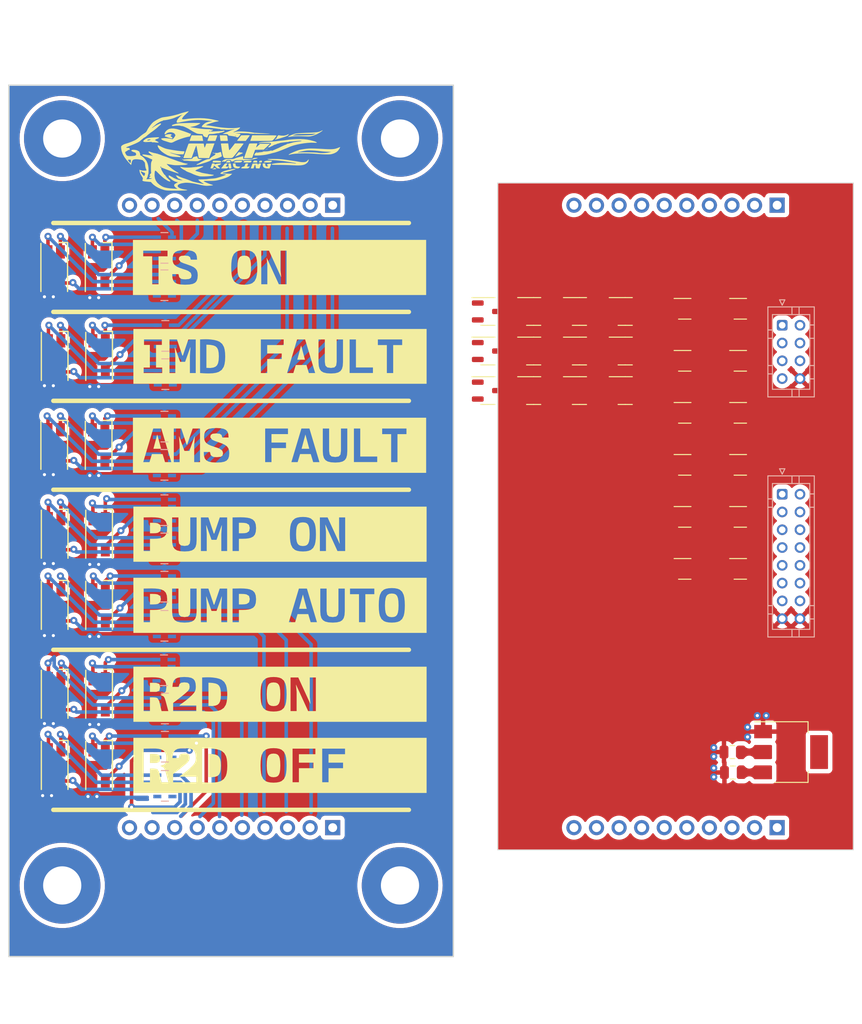
<source format=kicad_pcb>
(kicad_pcb (version 20221018) (generator pcbnew)
  (title_block (title "Dashboard-Indicators") (date "2024-01-28") (rev "1") (company "Scott CJX"))
  (layers (0 "F.Cu" signal) (31 "B.Cu" signal) (34 "B.Paste" user) (35 "F.Paste" user) (36 "B.SilkS" user "B.Silkscreen") (37 "F.SilkS" user "F.Silkscreen") (38 "B.Mask" user) (39 "F.Mask" user) (44 "Edge.Cuts" user))
  (net 0 "")
  (net 1 "+5V")
  (net 2 "GND")
  (net 3 "VCC")
  (net 4 "Net-(D201-BA)")
  (net 5 "Net-(D201-GA)")
  (net 6 "Net-(D201-RA)")
  (net 7 "Net-(D202-BA)")
  (net 8 "Net-(D202-GA)")
  (net 9 "Net-(D202-RA)")
  (net 10 "Net-(D301-BA)")
  (net 11 "Net-(D301-GA)")
  (net 12 "Net-(D301-RA)")
  (net 13 "Net-(D302-BA)")
  (net 14 "Net-(D302-GA)")
  (net 15 "Net-(D302-RA)")
  (net 16 "Net-(D401-BA)")
  (net 17 "Net-(D401-GA)")
  (net 18 "Net-(D401-RA)")
  (net 19 "Net-(D402-BA)")
  (net 20 "Net-(D402-GA)")
  (net 21 "Net-(D402-RA)")
  (net 22 "Net-(D501-BA)")
  (net 23 "Net-(D501-GA)")
  (net 24 "Net-(D501-RA)")
  (net 25 "Net-(D502-BA)")
  (net 26 "Net-(D502-GA)")
  (net 27 "Net-(D502-RA)")
  (net 28 "Net-(D601-BA)")
  (net 29 "Net-(D601-GA)")
  (net 30 "Net-(D601-RA)")
  (net 31 "Net-(D602-BA)")
  (net 32 "Net-(D602-GA)")
  (net 33 "Net-(D602-RA)")
  (net 34 "Net-(D701-BA)")
  (net 35 "Net-(D701-GA)")
  (net 36 "Net-(D701-RA)")
  (net 37 "Net-(D702-BA)")
  (net 38 "Net-(D702-GA)")
  (net 39 "Net-(D702-RA)")
  (net 40 "Net-(D801-BA)")
  (net 41 "Net-(D801-GA)")
  (net 42 "Net-(D801-RA)")
  (net 43 "Net-(D802-BA)")
  (net 44 "Net-(D802-GA)")
  (net 45 "Net-(D802-RA)")
  (net 46 "/Indicator-TSAC/RED")
  (net 47 "/FAULT_LED")
  (net 48 "/TS_ON_LED")
  (net 49 "/Indicator-IMD/RED")
  (net 50 "/IMD_FLT_LED")
  (net 51 "/Indicator-AMS/RED")
  (net 52 "/AMS_FLT_LED")
  (net 53 "/Indicator-R2D_ON/RED")
  (net 54 "/R2D_ON_LED")
  (net 55 "/Indicator-R2D_OFF/RED")
  (net 56 "/R2D_OFF_LED")
  (net 57 "/Indicator-PUMP_ON/RED")
  (net 58 "/PUMP_ON_LED")
  (net 59 "/Indicator-PUMP_AUTO/RED")
  (net 60 "/PUMP_AUTO_LED")
  (net 89 "/R2D_ON")
  (net 90 "/PUMP_ON")
  (net 91 "/R2D_RDY")
  (net 92 "/PUMP_AUTO")
  (net 93 "/R2D_OFF")
  (net 94 "/PUMP_ON_SW")
  (net 95 "/R2D_ON_BTN")
  (net 96 "/PUMP_OFF_SW")
  (net 97 "/R2D_OFF_SW")
  (net 98 "/INDIC_PULSE1")
  (net 99 "/INDIC_CNTRL")
  (net 100 "/TS_ON")
  (net 101 "/AMS_FLT")
  (net 102 "/TS_ON_N")
  (net 103 "/AMS_FLT_N")
  (net 104 "/IMD_FLT")
  (net 105 "/IMD_FLT_N")
  (net 106 "+5VD")
  (net 107 "/AND1/OUT")
  (net 108 "/TS_FLTLED")
  (net 109 "/AND2/OUT")
  (net 110 "/IMD_FLTLED")
  (net 111 "/AND3/OUT")
  (net 112 "/AMS_FLTLED")
  (net 113 "/R2D_RDY_LED")
  (net 114 "/AND1/INA")
  (net 115 "/SCS_CHK/AND/INA")
  (net 116 "/SCS_CHK1/AND/INA")
  (net 117 "/AND2/INA")
  (net 118 "/AND3/INA")
  (net 119 "/SCS_CHK2/AND/INA")
  (footprint "MountingHole:MountingHole_4.3mm_M4_Pad_TopBottom" (layer "F.Cu") (at 56 56 90)
    (fp_text reference "REF**" hide)
    (fp_text value "MountingHole_4.3mm_M4_Pad_TopBottom")
  )
  (footprint "LED_SMD:LED_RGB_1210" (layer "F.Cu") (at 55.149747 118.5 -90)
    (fp_text reference "D501" hide)
    (fp_text value "RGB LED")
  )
  (footprint "Package_TO_SOT_SMD:SOT-23-3" (layer "F.Cu") (at 114.1875 75.45)
    (fp_text reference "Q107" hide)
    (fp_text value "AO3400A")
  )
  (footprint "NVF-Kicad:NVF-Logo-30mm" (layer "F.Cu") (at 75 60)
    (fp_text reference "G***" hide)
    (fp_text value "LOGO" hide)
  )
  (footprint "Package_TO_SOT_SMD:SOT-363_SC-70-6" (layer "F.Cu") (at 126.0375 104.4)
    (fp_text reference "U1501" hide)
    (fp_text value "74LVC1G57")
  )
  (footprint "LED_SMD:LED_RGB_1210" (layer "F.Cu") (at 60.149747 100.5 -90)
    (fp_text reference "D702" hide)
    (fp_text value "RGB LED")
  )
  (footprint "LED_SMD:LED_RGB_1210" (layer "F.Cu") (at 55.099495 90.5 -90)
    (fp_text reference "D401" hide)
    (fp_text value "RGB LED")
  )
  (footprint "MountingHole:MountingHole_4.3mm_M4_Pad_TopBottom" (layer "F.Cu") (at 56 140 90)
    (fp_text reference "REF**" hide)
    (fp_text value "MountingHole_4.3mm_M4_Pad_TopBottom")
  )
  (footprint "kibuzzard-65B61451" (layer "F.Cu") (at 80.5 100.5)
    (fp_text reference "kibuzzard-65B61451" hide)
    (fp_text value "G***" hide)
  )
  (footprint "LED_SMD:LED_RGB_1210" (layer "F.Cu") (at 60.149747 108.5 -90)
    (fp_text reference "D802" hide)
    (fp_text value "RGB LED")
  )
  (footprint "Package_TO_SOT_SMD:SOT-23-3" (layer "F.Cu") (at 114.1875 79.9)
    (fp_text reference "Q108" hide)
    (fp_text value "AO3400A")
  )
  (footprint "LED_SMD:LED_RGB_1210" (layer "F.Cu") (at 55.149747 100.5 -90)
    (fp_text reference "D701" hide)
    (fp_text value "RGB LED")
  )
  (footprint "Package_TO_SOT_SMD:SOT-363_SC-70-6" (layer "F.Cu") (at 132.2875 86.85)
    (fp_text reference "U901" hide)
    (fp_text value "74LVC1G57")
  )
  (footprint "MountingHole:MountingHole_4.3mm_M4_Pad_TopBottom" (layer "F.Cu") (at 93.999999 140 90)
    (fp_text reference "REF**" hide)
    (fp_text value "MountingHole_4.3mm_M4_Pad_TopBottom")
  )
  (footprint "LED_SMD:LED_RGB_1210" (layer "F.Cu") (at 55.149747 126.5 -90)
    (fp_text reference "D601" hide)
    (fp_text value "RGB LED")
  )
  (footprint "Package_TO_SOT_SMD:SOT-363_SC-70-6" (layer "F.Cu") (at 132.2875 81)
    (fp_text reference "U2001" hide)
    (fp_text value "74LVC1G57")
  )
  (footprint "Package_TO_SOT_SMD:SOT-363_SC-70-6" (layer "F.Cu") (at 132.2875 98.55)
    (fp_text reference "U1401" hide)
    (fp_text value "74LVC1G57")
  )
  (footprint "Package_TO_SOT_SMD:SOT-23-3" (layer "F.Cu") (at 109.0375 75.45)
    (fp_text reference "Q104" hide)
    (fp_text value "AO3400A")
  )
  (footprint "Package_TO_SOT_SMD:SOT-23-3" (layer "F.Cu") (at 103.8875 79.9)
    (fp_text reference "Q102" hide)
    (fp_text value "AO3401A")
  )
  (footprint "LED_SMD:LED_RGB_1210" (layer "F.Cu") (at 55.149747 108.5 -90)
    (fp_text reference "D801" hide)
    (fp_text value "RGB LED")
  )
  (footprint "MountingHole:MountingHole_4.3mm_M4_Pad_TopBottom" (layer "F.Cu") (at 93.999999 56 90)
    (fp_text reference "REF**" hide)
    (fp_text value "MountingHole_4.3mm_M4_Pad_TopBottom")
  )
  (footprint "kibuzzard-65B612BA" (layer "F.Cu") (at 80.449748 90.5)
    (fp_text reference "kibuzzard-65B612BA" hide)
    (fp_text value "G***" hide)
  )
  (footprint "Package_TO_SOT_SMD:SOT-23-3" (layer "F.Cu") (at 109.0375 79.9)
    (fp_text reference "Q105" hide)
    (fp_text value "AO3400A")
  )
  (footprint "Package_TO_SOT_SMD:SOT-23-3" (layer "F.Cu") (at 103.8875 84.35)
    (fp_text reference "Q103" hide)
    (fp_text value "AO3401A")
  )
  (footprint "Package_TO_SOT_SMD:SOT-223-3_TabPin2" (layer "F.Cu") (at 138 125)
    (fp_text reference "U104" hide)
    (fp_text value "AMS1117-5.0")
  )
  (footprint "Package_TO_SOT_SMD:SOT-363_SC-70-6" (layer "F.Cu") (at 126.0375 81)
    (fp_text reference "U1901" hide)
    (fp_text value "74LVC1G57")
  )
  (footprint "Package_TO_SOT_SMD:SOT-363_SC-70-6" (layer "F.Cu") (at 126.0375 75.15)
    (fp_text reference "U2201" hide)
    (fp_text value "74LVC1G57")
  )
  (footprint "Capacitor_SMD:C_0805_2012Metric" (layer "F.Cu") (at 131.399999 125 180)
    (fp_text reference "C101" hide)
    (fp_text value "1u")
  )
  (footprint "LED_SMD:LED_RGB_1210" (layer "F.Cu") (at 60.099495 90.5 -90)
    (fp_text reference "D402" hide)
    (fp_text value "RGB LED")
  )
  (footprint "LED_SMD:LED_RGB_1210" (layer "F.Cu") (at 55.099495 70.5 -90)
    (fp_text reference "D201" hide)
    (fp_text value "RGB LED")
  )
  (footprint "LED_SMD:LED_RGB_1210" (layer "F.Cu") (at 60.149747 126.5 -90)
    (fp_text reference "D602" hide)
    (fp_text value "RGB LED")
  )
  (footprint "Package_TO_SOT_SMD:SOT-23-3" (layer "F.Cu") (at 109.0375 84.35)
    (fp_text reference "Q106" hide)
    (fp_text value "AO3400A")
  )
  (footprint "kibuzzard-65B612BF" (layer "F.Cu") (at 80.5 80.5)
    (fp_text reference "kibuzzard-65B612BF" hide)
    (fp_text value "G***" hide)
  )
  (footprint "Package_TO_SOT_SMD:SOT-363_SC-70-6" (layer "F.Cu") (at 126.0375 86.85)
    (fp_text reference "U1001" hide)
    (fp_text value "74LVC1G57")
  )
  (footprint "Package_TO_SOT_SMD:SOT-363_SC-70-6" (layer "F.Cu") (at 132.2875 92.7)
    (fp_text reference "U2301" hide)
    (fp_text value "74LVC1G57")
  )
  (footprint "LED_SMD:LED_RGB_1210" (layer "F.Cu") (at 60.149747 80.5 -90)
    (fp_text reference "D302" hide)
    (fp_text value "RGB LED")
  )
  (footprint "LED_SMD:LED_RGB_1210" (layer "F.Cu") (at 55.149747 80.5 -90)
    (fp_text reference "D301" hide)
    (fp_text value "RGB LED")
  )
  (footprint "Package_TO_SOT_SMD:SOT-363_SC-70-6" (layer "F.Cu") (at 132.2875 75.15)
    (fp_text reference "U1801" hide)
    (fp_text value "74LVC1G57")
  )
  (footprint "LED_SMD:LED_RGB_1210" (layer "F.Cu") (at 60.099495 70.5 -90)
    (fp_text reference "D202" hide)
    (fp_text value "RGB LED")
  )
  (footprint "kibuzzard-65B612C4" (layer "F.Cu") (at 80.449748 70.5)
    (fp_text reference "kibuzzard-65B612C4" hide)
    (fp_text value "G***" hide)
  )
  (footprint "LED_SMD:LED_RGB_1210" (layer "F.Cu") (at 60.149747 118.5 -90)
    (fp_text reference "D502" hide)
    (fp_text value "RGB LED")
  )
  (footprint "Package_TO_SOT_SMD:SOT-363_SC-70-6" (layer "F.Cu") (at 126.0375 98.55)
    (fp_text reference "U1601" hide)
    (fp_text value "74LVC1G57")
  )
  (footprint "Package_TO_SOT_SMD:SOT-23-3" (layer "F.Cu") (at 119.3375 79.9)
    (fp_text reference "Q111" hide)
    (fp_text value "AO3400A")
  )
  (footprint "Package_TO_SOT_SMD:SOT-23-3" (layer "F.Cu") (at 119.3375 84.35)
    (fp_text reference "Q112" hide)
    (fp_text value "AO3400A")
  )
  (footprint "Package_TO_SOT_SMD:SOT-23-3" (layer "F.Cu") (at 103.8875 75.45)
    (fp_text reference "Q101" hide)
    (fp_text value "AO3401A")
  )
  (footprint "Package_TO_SOT_SMD:SOT-363_SC-70-6" (layer "F.Cu") (at 132.2875 104.4)
    (fp_text reference "U2101" hide)
    (fp_text value "74LVC1G57")
  )
  (footprint "kibuzzard-65B61402" (layer "F.Cu") (at 80.5 118.5)
    (fp_text reference "kibuzzard-65B61402" hide)
    (fp_text value "G***" hide)
  )
  (footprint "Package_TO_SOT_SMD:SOT-363_SC-70-6" (layer "F.Cu") (at 126.0375 92.7)
    (fp_text reference "U1101" hide)
    (fp_text value "74LVC1G57")
  )
  (footprint "Package_TO_SOT_SMD:SOT-23-3" (layer "F.Cu") (at 114.1875 84.35)
    (fp_text reference "Q109" hide)
    (fp_text value "AO3400A")
  )
  (footprint "Package_TO_SOT_SMD:SOT-23-3" (layer "F.Cu") (at 119.3375 75.45)
    (fp_text reference "Q110" hide)
    (fp_text value "AO3400A")
  )
  (footprint "Capacitor_SMD:C_0805_2012Metric" (layer "F.Cu") (at 131.450001 127.3 180)
    (fp_text reference "C102" hide)
    (fp_text value "1u")
  )
  (footprint "kibuzzard-65B6145B" (layer "F.Cu") (at 80.5 108.5)
    (fp_text reference "kibuzzard-65B6145B" hide)
    (fp_text value "G***" hide)
  )
  (footprint "kibuzzard-65B61406" (layer "F.Cu") (at 80.5 126.5)
    (fp_text reference "kibuzzard-65B61406" hide)
    (fp_text value "G***" hide)
  )
  (footprint "NVF-Kicad:2.54mm_1x10V-H" (layer "B.Cu") (at 125 133.5 90)
    (fp_text reference "REF**" hide)
    (fp_text value "PinHeader_1x10_P2.54mm_Vertical")
  )
  (footprint "NVF-Kicad:2.54mm_1x10V-H" (layer "B.Cu") (at 125 63.5 90)
    (fp_text reference "REF**" hide)
    (fp_text value "PinHeader_1x10_P2.54mm_Vertical")
  )
  (footprint "NVF-Kicad:2.54mm_1x10V-H" (layer "B.Cu") (at 75 63.5 90)
    (fp_text reference "REF**" hide)
    (fp_text value "PinHeader_1x10_P2.54mm_Vertical")
  )
  (footprint "Resistor_SMD:R_Array_Concave_4x0603" (layer "B.Cu") (at 67.5 102.1 180)
    (fp_text reference "RN701" hide)
    (fp_text value "47")
  )
  (footprint "Resistor_SMD:R_Array_Concave_4x0603" (layer "B.Cu") (at 67.5 72.5 180)
    (fp_text reference "RN201" hide)
    (fp_text value "47")
  )
  (footprint "Connector_JST:JST_PHD_B16B-PHDSS_2x08_P2.00mm_Vertical" (layer "B.Cu") (at 138.016 102.985 -90)
    (fp_text reference "J101" hide)
    (fp_text value "Conn_02x08_Odd_Even" hide)
  )
  (footprint "Resistor_SMD:R_Array_Concave_4x0603" (layer "B.Cu") (at 67.5 88.4 180)
    (fp_text reference "RN402" hide)
    (fp_text value "47")
  )
  (footprint "Resistor_SMD:R_Array_Concave_4x0603" (layer "B.Cu") (at 67.45 115.8 180)
    (fp_text reference "RN502" hide)
    (fp_text value "47")
  )
  (footprint "Resistor_SMD:R_Array_Concave_4x0603" (layer "B.Cu") (at 67.55 120.1 180)
    (fp_text reference "RN501" hide)
    (fp_text value "47")
  )
  (footprint "Resistor_SMD:R_Array_Concave_4x0603" (layer "B.Cu") (at 67.5 68.3 180)
    (fp_text reference "RN202" hide)
    (fp_text value "47")
  )
  (footprint "Resistor_SMD:R_Array_Concave_4x0603" (layer "B.Cu") (at 67.6 78.2 180)
    (fp_text reference "RN302" hide)
    (fp_text value "47")
  )
  (footprint "NVF-Kicad:2.54mm_1x10V-H" (layer "B.Cu") (at 75 133.5 90)
    (fp_text reference "REF**" hide)
    (fp_text value "PinHeader_1x10_P2.54mm_Vertical")
  )
  (footprint "Resistor_SMD:R_Array_Concave_4x0603" (layer "B.Cu") (at 67.5 92.7 180)
    (fp_text reference "RN401" hide)
    (fp_text value "47")
  )
  (footprint "Resistor_SMD:R_Array_Concave_4x0603" (layer "B.Cu") (at 67.6 82.5 180)
    (fp_text reference "RN301" hide)
    (fp_text value "47")
  )
  (footprint "Resistor_SMD:R_Array_Concave_4x0603" (layer "B.Cu") (at 67.5 97.8 180)
    (fp_text reference "RN702" hide)
    (fp_text value "47")
  )
  (footprint "Connector_JST:JST_PHD_B8B-PHDSS_2x04_P2.00mm_Vertical" (layer "B.Cu") (at 137 77 -90)
    (fp_text reference "J102" hide)
    (fp_text value "Conn_02x04_Odd_Even")
  )
  (footprint "Resistor_SMD:R_Array_Concave_4x0603" (layer "B.Cu") (at 67.55 124.4 180)
    (fp_text reference "RN602" hide)
    (fp_text value "47")
  )
  (footprint "Resistor_SMD:R_Array_Concave_4x0603" (layer "B.Cu") (at 67.5 106.4 180)
    (fp_text reference "RN802" hide)
    (fp_text value "47")
  )
  (footprint "Resistor_SMD:R_Array_Concave_4x0603" (layer "B.Cu") (at 67.55 128.8 180)
    (fp_text reference "RN601" hide)
    (fp_text value "47")
  )
  (footprint "Resistor_SMD:R_Array_Concave_4x0603" (layer "B.Cu") (at 67.5 110.8 180)
    (fp_text reference "RN801" hide)
    (fp_text value "47")
  )
  (gr_line (start 55 95.5) (end 95 95.5) (stroke (width 0.5)) (layer "F.SilkS"))
  (gr_line (start 55 85.5) (end 95 85.5) (stroke (width 0.5)) (layer "F.SilkS"))
  (gr_line (start 55 113.5) (end 95 113.5) (stroke (width 0.5)) (layer "F.SilkS"))
  (gr_line (start 55 75.5) (end 95 75.5) (stroke (width 0.5)) (layer "F.SilkS"))
  (gr_line (start 55 131.5) (end 95 131.5) (stroke (width 0.5)) (layer "F.SilkS"))
  (gr_line (start 55 65.5) (end 95 65.5) (stroke (width 0.5)) (layer "F.SilkS"))
  (gr_rect (start 105 61) (end 145 136) (stroke (width 0.1)) (fill none) (layer "Edge.Cuts"))
  (gr_rect (start 50 50) (end 100 148) (stroke (width 0.15)) (fill none) (layer "Edge.Cuts"))
  (segment (start 132.5625 81) (end 133.2375 81) (width 0.25) (layer "F.Cu") (net 1))
  (segment (start 131.3375 81.65) (end 131.9125 81.65) (width 0.25) (layer "F.Cu") (net 1))
  (segment (start 131.9125 81.65) (end 132.5625 81) (width 0.25) (layer "F.Cu") (net 1))
  (segment (start 125.0875 75.8) (end 125.8125 75.8) (width 0.25) (layer "F.Cu") (net 1))
  (segment (start 125.8125 75.8) (end 126.4625 75.15) (width 0.25) (layer "F.Cu") (net 1))
  (segment (start 126.4625 75.15) (end 126.9875 75.15) (width 0.25) (layer "F.Cu") (net 1))
  (via (at 53.8 129.9) (size 0.8) (drill 0.35) (layers "F.Cu" "B.Cu") (net 2))
  (via (at 55 111.9) (size 0.8) (drill 0.35) (layers "F.Cu" "B.Cu") (net 2))
  (via (at 133.1 122.2) (size 0.8) (drill 0.35) (layers "F.Cu" "B.Cu") (net 2))
  (via (at 59.1 121.9) (size 0.8) (drill 0.35) (layers "F.Cu" "B.Cu") (net 2))
  (via (at 55 93.8) (size 0.8) (drill 0.35) (layers "F.Cu" "B.Cu") (net 2))
  (via (at 58.9 130) (size 0.8) (drill 0.35) (layers "F.Cu" "B.Cu") (net 2))
  (via (at 54 111.9) (size 0.8) (drill 0.35) (layers "F.Cu" "B.Cu") (net 2))
  (via (at 54 103.8) (size 0.8) (drill 0.35) (layers "F.Cu" "B.Cu") (net 2))
  (via (at 134.2 120.9) (size 0.8) (drill 0.35) (layers "F.Cu" "B.Cu") (net 2))
  (via (at 60.1 73.9) (size 0.8) (drill 0.35) (layers "F.Cu" "B.Cu") (net 2))
  (via (at 54.8 129.9) (size 0.8) (drill 0.35) (layers "F.Cu" "B.Cu") (net 2))
  (via (at 55 103.8) (size 0.8) (drill 0.35) (layers "F.Cu" "B.Cu") (net 2))
  (via (at 129.3 126.8) (size 0.8) (drill 0.35) (layers "F.Cu" "B.Cu") (net 2))
  (via (at 54 83.8) (size 0.8) (drill 0.35) (layers "F.Cu" "B.Cu") (net 2))
  (via (at 59.1 103.9) (size 0.8) (drill 0.35) (layers "F.Cu" "B.Cu") (net 2))
  (via (at 60.1 121.9) (size 0.8) (drill 0.35) (layers "F.Cu" "B.Cu") (net 2))
  (via (at 55 121.8) (size 0.8) (drill 0.35) (layers "F.Cu" "B.Cu") (net 2))
  (via (at 60.1 112) (size 0.8) (drill 0.35) (layers "F.Cu" "B.Cu") (net 2))
  (via (at 60.1 93.9) (size 0.8) (drill 0.35) (layers "F.Cu" "B.Cu") (net 2))
  (via (at 54 73.8) (size 0.8) (drill 0.35) (layers "F.Cu" "B.Cu") (net 2))
  (via (at 59.1 93.9) (size 0.8) (drill 0.35) (layers "F.Cu" "B.Cu") (net 2))
  (via (at 133.1 123.299999) (size 0.8) (drill 0.35) (layers "F.Cu" "B.Cu") (net 2))
  (via (at 55 73.8) (size 0.8) (drill 0.35) (layers "F.Cu" "B.Cu") (net 2))
  (via (at 59.1 83.9) (size 0.8) (drill 0.35) (layers "F.Cu" "B.Cu") (net 2))
  (via (at 60.1 83.9) (size 0.8) (drill 0.35) (layers "F.Cu" "B.Cu") (net 2))
  (via (at 54 93.8) (size 0.8) (drill 0.35) (layers "F.Cu" "B.Cu") (net 2))
  (via (at 135.2 120.9) (size 0.8) (drill 0.35) (layers "F.Cu" "B.Cu") (net 2))
  (via (at 59.9 130) (size 0.8) (drill 0.35) (layers "F.Cu" "B.Cu") (net 2))
  (via (at 55 83.8) (size 0.8) (drill 0.35) (layers "F.Cu" "B.Cu") (net 2))
  (via (at 60.1 103.9) (size 0.8) (drill 0.35) (layers "F.Cu" "B.Cu") (net 2))
  (via (at 59.1 112) (size 0.8) (drill 0.35) (layers "F.Cu" "B.Cu") (net 2))
  (via (at 129.3 127.8) (size 0.8) (drill 0.35) (layers "F.Cu" "B.Cu") (net 2))
  (via (at 129.3 125.5) (size 0.8) (drill 0.35) (layers "F.Cu" "B.Cu") (net 2))
  (via (at 59.1 73.9) (size 0.8) (drill 0.35) (layers "F.Cu" "B.Cu") (net 2))
  (via (at 129.3 124.5) (size 0.8) (drill 0.35) (layers "F.Cu" "B.Cu") (net 2))
  (via (at 54 121.8) (size 0.8) (drill 0.35) (layers "F.Cu" "B.Cu") (net 2))
  (segment (start 55.799495 67.000505) (end 55.8 67) (width 0.4) (layer "F.Cu") (net 4))
  (segment (start 55.799495 68.75) (end 55.799495 67.000505) (width 0.4) (layer "F.Cu") (net 4))
  (via (at 55.8 67) (size 0.8) (drill 0.35) (layers "F.Cu" "B.Cu") (net 4))
  (segment (start 60.1 71.3) (end 66.65 71.3) (width 0.4) (layer "B.Cu") (net 4))
  (segment (start 55.8 67) (end 60.1 71.3) (width 0.4) (layer "B.Cu") (net 4))
  (segment (start 54.399495 68.75) (end 54.399495 67.000505) (width 0.4) (layer "F.Cu") (net 5))
  (segment (start 54.399495 67.000505) (end 54.4 67) (width 0.4) (layer "F.Cu") (net 5))
  (via (at 54.4 67) (size 0.8) (drill 0.35) (layers "F.Cu" "B.Cu") (net 5))
  (segment (start 54.4 67) (end 59.5 72.1) (width 0.4) (layer "B.Cu") (net 5))
  (segment (start 59.5 72.1) (end 66.65 72.1) (width 0.4) (layer "B.Cu") (net 5))
  (segment (start 57.15 72.25) (end 57.2 72.2) (width 0.4) (layer "F.Cu") (net 6))
  (segment (start 55.799495 72.25) (end 57.15 72.25) (width 0.4) (layer "F.Cu") (net 6))
  (via (at 57.2 72.2) (size 0.8) (drill 0.35) (layers "F.Cu" "B.Cu") (net 6))
  (segment (start 57.9 72.9) (end 66.65 72.9) (width 0.4) (layer "B.Cu") (net 6))
  (segment (start 57.2 72.2) (end 57.9 72.9) (width 0.4) (layer "B.Cu") (net 6))
  (segment (start 60.9 67.1) (end 60.799495 67.200505) (width 0.4) (layer "F.Cu") (net 7))
  (segment (start 60.799495 67.200505) (end 60.799495 68.75) (width 0.4) (layer "F.Cu") (net 7))
  (via (at 60.9 67.1) (size 0.8) (drill 0.35) (layers "F.Cu" "B.Cu") (net 7))
  (segment (start 60.9 67.1) (end 66.65 67.1) (width 0.4) (layer "B.Cu") (net 7))
  (segment (start 59.399495 67.100505) (end 59.4 67.1) (width 0.4) (layer "F.Cu") (net 8))
  (segment (start 59.399495 68.75) (end 59.399495 67.100505) (width 0.4) (layer "F.Cu") (net 8))
  (via (at 59.4 67.1) (size 0.8) (drill 0.35) (layers "F.Cu" "B.Cu") (net 8))
  (segment (start 59.4 67.1) (end 60.2 67.9) (width 0.4) (layer "B.Cu") (net 8))
  (segment (start 60.2 67.9) (end 66.65 67.9) (width 0.4) (layer "B.Cu") (net 8))
  (segment (start 60.799495 71.900505) (end 62.4 70.3) (width 0.4) (layer "F.Cu") (net 9))
  (segment (start 60.799495 72.25) (end 60.799495 71.900505) (width 0.4) (layer "F.Cu") (net 9))
  (via (at 62.4 70.3) (size 0.8) (drill 0.35) (layers "F.Cu" "B.Cu") (net 9))
  (segment (start 64 68.7) (end 66.65 68.7) (width 0.4) (layer "B.Cu") (net 9))
  (segment (start 62.4 70.3) (end 64 68.7) (width 0.4) (layer "B.Cu") (net 9))
  (segment (start 55.849747 78.75) (end 55.849747 77.049747) (width 0.4) (layer "F.Cu") (net 10))
  (segment (start 55.849747 77.049747) (end 55.8 77) (width 0.4) (layer "F.Cu") (net 10))
  (via (at 55.8 77) (size 0.8) (drill 0.35) (layers "F.Cu" "B.Cu") (net 10))
  (segment (start 55.8 77) (end 60.1 81.3) (width 0.4) (layer "B.Cu") (net 10))
  (segment (start 60.1 81.3) (end 66.75 81.3) (width 0.4) (layer "B.Cu") (net 10))
  (segment (start 54.449747 77.050253) (end 54.5 77) (width 0.4) (layer "F.Cu") (net 11))
  (segment (start 54.449747 78.75) (end 54.449747 77.050253) (width 0.4) (layer "F.Cu") (net 11))
  (via (at 54.5 77) (size 0.8) (drill 0.35) (layers "F.Cu" "B.Cu") (net 11))
  (segment (start 54.5 77) (end 59.6 82.1) (width 0.4) (layer "B.Cu") (net 11))
  (segment (start 59.6 82.1) (end 66.75 82.1) (width 0.4) (layer "B.Cu") (net 11))
  (segment (start 57.25 82.25) (end 57.3 82.2) (width 0.4) (layer "F.Cu") (net 12))
  (segment (start 55.849747 82.25) (end 57.25 82.25) (width 0.4) (layer "F.Cu") (net 12))
  (via (at 57.3 82.2) (size 0.8) (drill 0.35) (layers "F.Cu" "B.Cu") (net 12))
  (segment (start 58 82.9) (end 66.75 82.9) (width 0.4) (layer "B.Cu") (net 12))
  (segment (start 57.3 82.2) (end 58 82.9) (width 0.4) (layer "B.Cu") (net 12))
  (segment (start 60.849747 77.049747) (end 60.8 77) (width 0.4) (layer "F.Cu") (net 13))
  (segment (start 60.849747 78.75) (end 60.849747 77.049747) (width 0.4) (layer "F.Cu") (net 13))
  (via (at 60.8 77) (size 0.8) (drill 0.35) (layers "F.Cu" "B.Cu") (net 13))
  (segment (start 60.8 77) (end 66.75 77) (width 0.4) (layer "B.Cu") (net 13))
  (segment (start 59.449747 77.049747) (end 59.4 77) (width 0.4) (layer "F.Cu") (net 14))
  (segment (start 59.449747 78.75) (end 59.449747 77.049747) (width 0.4) (layer "F.Cu") (net 14))
  (via (at 59.4 77) (size 0.8) (drill 0.35) (layers "F.Cu" "B.Cu") (net 14))
  (segment (start 59.4 77) (end 60.2 77.8) (width 0.4) (layer "B.Cu") (net 14))
  (segment (start 60.2 77.8) (end 66.75 77.8) (width 0.4) (layer "B.Cu") (net 14))
  (segment (start 60.849747 81.950753) (end 62.5 80.3005) (width 0.4) (layer "F.Cu") (net 15))
  (segment (start 60.849747 82.25) (end 60.849747 81.950753) (width 0.4) (layer "F.Cu") (net 15))
  (via (at 62.5 80.3005) (size 0.8) (drill 0.35) (layers "F.Cu" "B.Cu") (net 15))
  (segment (start 62.5 80.3005) (end 64.2005 78.6) (width 0.4) (layer "B.Cu") (net 15))
  (segment (start 64.2005 78.6) (end 66.75 78.6) (width 0.4) (layer "B.Cu") (net 15))
  (segment (start 55.799495 88.75) (end 55.799495 87.200505) (width 0.4) (layer "F.Cu") (net 16))
  (segment (start 55.799495 87.200505) (end 55.8 87.2) (width 0.4) (layer "F.Cu") (net 16))
  (via (at 55.8 87.2) (size 0.8) (drill 0.35) (layers "F.Cu" "B.Cu") (net 16))
  (segment (start 60.1 91.5) (end 66.65 91.5) (width 0.4) (layer "B.Cu") (net 16))
  (segment (start 55.8 87.2) (end 60.1 91.5) (width 0.4) (layer "B.Cu") (net 16))
  (segment (start 54.399495 88.75) (end 54.399495 87.299495) (width 0.4) (layer "F.Cu") (net 17))
  (segment (start 54.399495 87.299495) (end 54.3 87.2) (width 0.4) (layer "F.Cu") (net 17))
  (via (at 54.3 87.2) (size 0.8) (drill 0.35) (layers "F.Cu" "B.Cu") (net 17))
  (segment (start 59.4 92.3) (end 66.65 92.3) (width 0.4) (layer "B.Cu") (net 17))
  (segment (start 54.3 87.2) (end 59.4 92.3) (width 0.4) (layer "B.Cu") (net 17))
  (segment (start 55.799495 92.25) (end 57.25 92.25) (width 0.4) (layer "F.Cu") (net 18))
  (segment (start 57.25 92.25) (end 57.3 92.2) (width 0.4) (layer "F.Cu") (net 18))
  (via (at 57.3 92.2) (size 0.8) (drill 0.35) (layers "F.Cu" "B.Cu") (net 18))
  (segment (start 57.3 92.2) (end 58.2 93.1) (width 0.4) (layer "B.Cu") (net 18))
  (segment (start 58.2 93.1) (end 66.65 93.1) (width 0.4) (layer "B.Cu") (net 18))
  (segment (start 61.1 87.2) (end 60.799495 87.500505) (width 0.4) (layer "F.Cu") (net 19))
  (segment (start 60.799495 87.500505) (end 60.799495 88.75) (width 0.4) (layer "F.Cu") (net 19))
  (via (at 61.1 87.2) (size 0.8) (drill 0.35) (layers "F.Cu" "B.Cu") (net 19))
  (segment (start 61.1 87.2) (end 66.65 87.2) (width 0.4) (layer "B.Cu") (net 19))
  (segment (start 59.399495 88.75) (end 59.399495 87.200505) (width 0.4) (layer "F.Cu") (net 20))
  (segment (start 59.399495 87.200505) (end 59.4 87.2) (width 0.4) (layer "F.Cu") (net 20))
  (via (at 59.4 87.2) (size 0.8) (drill 0.35) (layers "F.Cu" "B.Cu") (net 20))
  (segment (start 60.2 88) (end 66.65 88) (width 0.4) (layer "B.Cu") (net 20))
  (segment (start 59.4 87.2) (end 60.2 88) (width 0.4) (layer "B.Cu") (net 20))
  (segment (start 60.799495 92.25) (end 60.85 92.25) (width 0.4) (layer "F.Cu") (net 21))
  (segment (start 60.85 92.25) (end 62.4 90.7) (width 0.4) (layer "F.Cu") (net 21))
  (via (at 62.4 90.7) (size 0.8) (drill 0.35) (layers "F.Cu" "B.Cu") (net 21))
  (segment (start 64.3 88.8) (end 66.65 88.8) (width 0.4) (layer "B.Cu") (net 21))
  (segment (start 62.4 90.7) (end 64.3 88.8) (width 0.4) (layer "B.Cu") (net 21))
  (segment (start 55.849747 116.75) (end 55.849747 115.050253) (width 0.4) (layer "F.Cu") (net 22))
  (segment (start 55.849747 115.050253) (end 55.9 115) (width 0.4) (layer "F.Cu") (net 22))
  (via (at 55.9 115) (size 0.8) (drill 0.35) (layers "F.Cu" "B.Cu") (net 22))
  (segment (start 59.8 118.9) (end 66.7 118.9) (width 0.4) (layer "B.Cu") (net 22))
  (segment (start 55.9 115) (end 59.8 118.9) (width 0.4) (layer "B.Cu") (net 22))
  (segment (start 54.449747 115.049747) (end 54.4 115) (width 0.4) (layer "F.Cu") (net 23))
  (segment (start 54.449747 116.75) (end 54.449747 115.049747) (width 0.4) (layer "F.Cu") (net 23))
  (via (at 54.4 115) (size 0.8) (drill 0.35) (layers "F.Cu" "B.Cu") (net 23))
  (segment (start 55.1 115.331371) (end 59.468629 119.7) (width 0.4) (layer "B.Cu") (net 23))
  (segment (start 54.4 115) (end 55.1 114.3) (width 0.4) (layer "B.Cu") (net 23))
  (segment (start 55.1 114.3) (end 55.1 115.331371) (width 0.4) (layer "B.Cu") (net 23))
  (segment (start 59.468629 119.7) (end 66.7 119.7) (width 0.4) (layer "B.Cu") (net 23))
  (segment (start 55.849747 120.25) (end 57.25 120.25) (width 0.4) (layer "F.Cu") (net 24))
  (segment (start 57.25 120.25) (end 57.3 120.2) (width 0.4) (layer "F.Cu") (net 24))
  (via (at 57.3 120.2) (size 0.8) (drill 0.35) (layers "F.Cu" "B.Cu") (net 24))
  (segment (start 57.3 120.2) (end 57.6 120.5) (width 0.4) (layer "B.Cu") (net 24))
  (segment (start 57.6 120.5) (end 66.7 120.5) (width 0.4) (layer "B.Cu") (net 24))
  (segment (start 60.849747 114.950253) (end 60.849747 116.75) (width 0.4) (layer "F.Cu") (net 25))
  (segment (start 61.2 114.6) (end 60.849747 114.950253) (width 0.4) (layer "F.Cu") (net 25))
  (via (at 61.2 114.6) (size 0.8) (drill 0.35) (layers "F.Cu" "B.Cu") (net 25))
  (segment (start 61.2 114.6) (end 66.6 114.6) (width 0.4) (layer "B.Cu") (net 25))
  (segment (start 59.449747 115.049747) (end 59.4 115) (width 0.4) (layer "F.Cu") (net 26))
  (segment (start 59.449747 116.75) (end 59.449747 115.049747) (width 0.4) (layer "F.Cu") (net 26))
  (via (at 59.4 115) (size 0.8) (drill 0.35) (layers "F.Cu" "B.Cu") (net 26))
  (segment (start 59.8 115.4) (end 66.6 115.4) (width 0.4) (layer "B.Cu") (net 26))
  (segment (start 59.4 115) (end 59.8 115.4) (width 0.4) (layer "B.Cu") (net 26))
  (segment (start 60.849747 120.25) (end 60.849747 119.950753) (width 0.4) (layer "F.Cu") (net 27))
  (segment (start 60.849747 119.950753) (end 62.7 118.1005) (width 0.4) (layer "F.Cu") (net 27))
  (via (at 62.7 118.1005) (size 0.8) (drill 0.35) (layers "F.Cu" "B.Cu") (net 27))
  (segment (start 62.7 118.1005) (end 64.6005 116.2) (width 0.4) (layer "B.Cu") (net 27))
  (segment (start 64.6005 116.2) (end 66.6 116.2) (width 0.4) (layer "B.Cu") (net 27))
  (segment (start 55.849747 124.75) (end 55.849747 123.049747) (width 0.4) (layer "F.Cu") (net 28))
  (segment (start 55.849747 123.049747) (end 55.8 123) (width 0.4) (layer "F.Cu") (net 28))
  (via (at 55.8 123) (size 0.8) (drill 0.35) (layers "F.Cu" "B.Cu") (net 28))
  (segment (start 60.4 127.6) (end 66.7 127.6) (width 0.4) (layer "B.Cu") (net 28))
  (segment (start 55.8 123) (end 60.4 127.6) (width 0.4) (layer "B.Cu") (net 28))
  (segment (start 54.449747 123.049747) (end 54.4 123) (width 0.4) (layer "F.Cu") (net 29))
  (segment (start 54.449747 124.75) (end 54.449747 123.049747) (width 0.4) (layer "F.Cu") (net 29))
  (via (at 54.4 123) (size 0.8) (drill 0.35) (layers "F.Cu" "B.Cu") (net 29))
  (segment (start 54.4 123) (end 59.8 128.4) (width 0.4) (layer "B.Cu") (net 29))
  (segment (start 59.8 128.4) (end 66.7 128.4) (width 0.4) (layer "B.Cu") (net 29))
  (segment (start 57.15 128.25) (end 57.2 128.2) (width 0.4) (layer "F.Cu") (net 30))
  (segment (start 55.849747 128.25) (end 57.15 128.25) (width 0.4) (layer "F.Cu") (net 30))
  (via (at 57.2 128.2) (size 0.8) (drill 0.35) (layers "F.Cu" "B.Cu") (net 30))
  (segment (start 58.2 129.2) (end 66.7 129.2) (width 0.4) (layer "B.Cu") (net 30))
  (segment (start 57.2 128.2) (end 58.2 129.2) (width 0.4) (layer "B.Cu") (net 30))
  (segment (start 60.849747 123.650253) (end 60.849747 124.75) (width 0.4) (layer "F.Cu") (net 31))
  (segment (start 61.3 123.2) (end 60.849747 123.650253) (width 0.4) (layer "F.Cu") (net 31))
  (via (at 61.3 123.2) (size 0.8) (drill 0.35) (layers "F.Cu" "B.Cu") (net 31))
  (segment (start 61.3 123.2) (end 66.7 123.2) (width 0.4) (layer "B.Cu") (net 31))
  (segment (start 59.449747 123.249747) (end 59.4 123.2) (width 0.4) (layer "F.Cu") (net 32))
  (segment (start 59.449747 124.75) (end 59.449747 123.249747) (width 0.4) (layer "F.Cu") (net 32))
  (via (at 59.4 123.2) (size 0.8) (drill 0.35) (layers "F.Cu" "B.Cu") (net 32))
  (segment (start 60.2 124) (end 66.7 124) (width 0.4) (layer "B.Cu") (net 32))
  (segment (start 59.4 123.2) (end 60.2 124) (width 0.4) (layer "B.Cu") (net 32))
  (segment (start 60.849747 128.25) (end 60.849747 128.150253) (width 0.4) (layer "F.Cu") (net 33))
  (segment (start 60.849747 128.150253) (end 62.4 126.6) (width 0.4) (layer "F.Cu") (net 33))
  (via (at 62.4 126.6) (size 0.8) (drill 0.35) (layers "F.Cu" "B.Cu") (net 33))
  (segment (start 64.2 124.8) (end 66.7 124.8) (width 0.4) (layer "B.Cu") (net 33))
  (segment (start 62.4 126.6) (end 64.2 124.8) (width 0.4) (layer "B.Cu") (net 33))
  (segment (start 55.849747 96.949747) (end 55.8 96.9) (width 0.4) (layer "F.Cu") (net 34))
  (segment (start 55.849747 98.75) (end 55.849747 96.949747) (width 0.4) (layer "F.Cu") (net 34))
  (via (at 55.8 96.9) (size 0.8) (drill 0.35) (layers "F.Cu" "B.Cu") (net 34))
  (segment (start 59.8 100.9) (end 66.65 100.9) (width 0.4) (layer "B.Cu") (net 34))
  (segment (start 55.8 96.9) (end 59.8 100.9) (width 0.4) (layer "B.Cu") (net 34))
  (segment (start 54.449747 98.75) (end 54.449747 96.949747) (width 0.4) (layer "F.Cu") (net 35))
  (segment (start 54.449747 96.949747) (end 54.4 96.9) (width 0.4) (layer "F.Cu") (net 35))
  (via (at 54.4 96.9) (size 0.8) (drill 0.35) (layers "F.Cu" "B.Cu") (net 35))
  (segment (start 54.4 96.9) (end 59.2 101.7) (width 0.4) (layer "B.Cu") (net 35))
  (segment (start 59.2 101.7) (end 66.65 101.7) (width 0.4) (layer "B.Cu") (net 35))
  (segment (start 55.849747 102.25) (end 57.25 102.25) (width 0.4) (layer "F.Cu") (net 36))
  (segment (start 57.25 102.25) (end 57.3 102.2) (width 0.4) (layer "F.Cu") (net 36))
  (via (at 57.3 102.2) (size 0.8) (drill 0.35) (layers "F.Cu" "B.Cu") (net 36))
  (segment (start 57.3 102.2) (end 57.6 102.5) (width 0.4) (layer "B.Cu") (net 36))
  (segment (start 57.6 102.5) (end 66.65 102.5) (width 0.4) (layer "B.Cu") (net 36))
  (segment (start 61 96.5) (end 60.849747 96.650253) (width 0.4) (layer "F.Cu") (net 37))
  (segment (start 60.849747 96.650253) (end 60.849747 98.75) (width 0.4) (layer "F.Cu") (net 37))
  (via (at 61 96.5) (size 0.8) (drill 0.35) (layers "F.Cu" "B.Cu") (net 37))
  (segment (start 61 96.5) (end 61.1 96.6) (width 0.4) (layer "B.Cu") (net 37))
  (segment (start 61.1 96.6) (end 66.65 96.6) (width 0.4) (layer "B.Cu") (net 37))
  (segment (start 59.449747 97.049747) (end 59.4 97) (width 0.4) (layer "F.Cu") (net 38))
  (segment (start 59.449747 98.75) (end 59.449747 97.049747) (width 0.4) (layer "F.Cu") (net 38))
  (via (at 59.4 97) (size 0.8) (drill 0.35) (layers "F.Cu" "B.Cu") (net 38))
  (segment (start 59.4 97) (end 59.8 97.4) (width 0.4) (layer "B.Cu") (net 38))
  (segment (start 59.8 97.4) (end 66.65 97.4) (width 0.4) (layer "B.Cu") (net 38))
  (segment (start 60.849747 101.850253) (end 62.6 100.1) (width 0.4) (layer "F.Cu") (net 39))
  (segment (start 60.849747 102.25) (end 60.849747 101.850253) (width 0.4) (layer "F.Cu") (net 39))
  (via (at 62.6 100.1) (size 0.8) (drill 0.35) (layers "F.Cu" "B.Cu") (net 39))
  (segment (start 64.5 98.2) (end 66.65 98.2) (width 0.4) (layer "B.Cu") (net 39))
  (segment (start 62.6 100.1) (end 64.5 98.2) (width 0.4) (layer "B.Cu") (net 39))
  (segment (start 55.849747 105.249747) (end 55.8 105.2) (width 0.4) (layer "F.Cu") (net 40))
  (segment (start 55.849747 106.75) (end 55.849747 105.249747) (width 0.4) (layer "F.Cu") (net 40))
  (via (at 55.8 105.2) (size 0.8) (drill 0.35) (layers "F.Cu" "B.Cu") (net 40))
  (segment (start 55.8 105.2) (end 60.2 109.6) (width 0.4) (layer "B.Cu") (net 40))
  (segment (start 60.2 109.6) (end 66.65 109.6) (width 0.4) (layer "B.Cu") (net 40))
  (segment (start 54.449747 106.75) (end 54.449747 105.249747) (width 0.4) (layer "F.Cu") (net 41))
  (segment (start 54.449747 105.249747) (end 54.4 105.2) (width 0.4) (layer "F.Cu") (net 41))
  (via (at 54.4 105.2) (size 0.8) (drill 0.35) (layers "F.Cu" "B.Cu") (net 41))
  (segment (start 54.4 105.2) (end 59.6 110.4) (width 0.4) (layer "B.Cu") (net 41))
  (segment (start 59.6 110.4) (end 66.65 110.4) (width 0.4) (layer "B.Cu") (net 41))
  (segment (start 57.25 110.25) (end 57.3 110.2) (width 0.4) (layer "F.Cu") (net 42))
  (segment (start 55.849747 110.25) (end 57.25 110.25) (width 0.4) (layer "F.Cu") (net 42))
  (via (at 57.3 110.2) (size 0.8) (drill 0.35) (layers "F.Cu" "B.Cu") (net 42))
  (segment (start 57.3 110.2) (end 58.3 111.2) (width 0.4) (layer "B.Cu") (net 42))
  (segment (start 58.3 111.2) (end 66.65 111.2) (width 0.4) (layer "B.Cu") (net 42))
  (segment (start 61.4 105.2) (end 60.849747 105.750253) (width 0.4) (layer "F.Cu") (net 43))
  (segment (start 60.849747 105.750253) (end 60.849747 106.75) (width 0.4) (layer "F.Cu") (net 43))
  (via (at 61.4 105.2) (size 0.8) (drill 0.35) (layers "F.Cu" "B.Cu") (net 43))
  (segment (start 61.4 105.2) (end 66.65 105.2) (width 0.4) (layer "B.Cu") (net 43))
  (segment (start 59.449747 106.75) (end 59.449747 105.250253) (width 0.4) (layer "F.Cu") (net 44))
  (segment (start 59.449747 105.250253) (end 59.5 105.2) (width 0.4) (layer "F.Cu") (net 44))
  (via (at 59.5 105.2) (size 0.8) (drill 0.35) (layers "F.Cu" "B.Cu") (net 44))
  (segment (start 59.5 105.2) (end 60.3 106) (width 0.4) (layer "B.Cu") (net 44))
  (segment (start 60.3 106) (end 66.65 106) (width 0.4) (layer "B.Cu") (net 44))
  (segment (start 61.05 110.25) (end 62.5 108.8) (width 0.4) (layer "F.Cu") (net 45))
  (segment (start 60.849747 110.25) (end 61.05 110.25) (width 0.4) (layer "F.Cu") (net 45))
  (via (at 62.5 108.8) (size 0.8) (drill 0.35) (layers "F.Cu" "B.Cu") (net 45))
  (segment (start 64.5 106.8) (end 66.65 106.8) (width 0.4) (layer "B.Cu") (net 45))
  (segment (start 62.5 108.8) (end 64.5 106.8) (width 0.4) (layer "B.Cu") (net 45))
  (segment (start 69.2 68.7) (end 71.2 66.7) (width 0.4) (layer "B.Cu") (net 46))
  (segment (start 71.2 66.7) (end 71.2 65.2) (width 0.4) (layer "B.Cu") (net 46))
  (segment (start 68.35 68.7) (end 69.2 68.7) (width 0.4) (layer "B.Cu") (net 46))
  (segment (start 79.2 110.4) (end 81.2 112.4) (width 0.4) (layer "B.Cu") (net 47))
  (segment (start 68.35 110.4) (end 79.2 110.4) (width 0.4) (layer "B.Cu") (net 47))
  (segment (start 81.2 112.4) (end 81.2 131.7) (width 0.4) (layer "B.Cu") (net 47))
  (segment (start 68.35 66.55) (end 66.8 65) (width 0.4) (layer "B.Cu") (net 48))
  (segment (start 68.35 67.1) (end 68.35 66.55) (width 0.4) (layer "B.Cu") (net 48))
  (segment (start 78.8 69.148528) (end 78.8 66) (width 0.4) (layer "B.Cu") (net 49))
  (segment (start 68.45 78.6) (end 69.348528 78.6) (width 0.4) (layer "B.Cu") (net 49))
  (segment (start 69.348528 78.6) (end 78.8 69.148528) (width 0.4) (layer "B.Cu") (net 49))
  (segment (start 68.45 77) (end 69.1 77) (width 0.4) (layer "B.Cu") (net 50))
  (segment (start 73.7 72.4) (end 73.7 65.7) (width 0.4) (layer "B.Cu") (net 50))
  (segment (start 69.1 77) (end 73.7 72.4) (width 0.4) (layer "B.Cu") (net 50))
  (segment (start 68.35 93.1) (end 71.6 93.1) (width 0.4) (layer "B.Cu") (net 51))
  (segment (start 86.4 78.3) (end 86.4 66.1) (width 0.4) (layer "B.Cu") (net 51))
  (segment (start 71.6 93.1) (end 86.4 78.3) (width 0.4) (layer "B.Cu") (net 51))
  (segment (start 68.8 91.5) (end 81.3 79) (width 0.4) (layer "B.Cu") (net 52))
  (segment (start 81.3 79) (end 81.3 66.1) (width 0.4) (layer "B.Cu") (net 52))
  (segment (start 68.35 91.5) (end 68.8 91.5) (width 0.4) (layer "B.Cu") (net 52))
  (segment (start 71.9 120.5) (end 73 121.6) (width 0.4) (layer "B.Cu") (net 53))
  (segment (start 68.4 120.5) (end 71.9 120.5) (width 0.4) (layer "B.Cu") (net 53))
  (segment (start 73 121.6) (end 73 130.75) (width 0.4) (layer "B.Cu") (net 53))
  (segment (start 73 130.75) (end 71.5 132.25) (width 0.4) (layer "B.Cu") (net 53))
  (segment (start 76.2 120.3) (end 76.2 132.1) (width 0.4) (layer "B.Cu") (net 54))
  (segment (start 74.8 118.9) (end 76.2 120.3) (width 0.4) (layer "B.Cu") (net 54))
  (segment (start 68.4 118.9) (end 74.8 118.9) (width 0.4) (layer "B.Cu") (net 54))
  (segment (start 70.3 124.8) (end 65 124.8) (width 0.4) (layer "F.Cu") (net 55))
  (segment (start 65 124.8) (end 63.8 126) (width 0.4) (layer "F.Cu") (net 55))
  (segment (start 63.8 126) (end 63.8 131.2) (width 0.4) (layer "F.Cu") (net 55))
  (via (at 63.8 131.2) (size 0.8) (drill 0.35) (layers "F.Cu" "B.Cu") (net 55))
  (via (at 70.3 124.8) (size 0.8) (drill 0.35) (layers "F.Cu" "B.Cu") (net 55))
  (segment (start 69.25 130.6) (end 68.65 131.2) (width 0.4) (layer "B.Cu") (net 55))
  (segment (start 68.65 131.2) (end 63.8 131.2) (width 0.4) (layer "B.Cu") (net 55))
  (segment (start 68.4 124.8) (end 70.3 124.8) (width 0.4) (layer "B.Cu") (net 55))
  (segment (start 68.4 129.2) (end 69.25 129.2) (width 0.4) (layer "B.Cu") (net 55))
  (segment (start 69.25 129.2) (end 69.25 130.6) (width 0.4) (layer "B.Cu") (net 55))
  (segment (start 72.2 129.4) (end 69.4 132.2) (width 0.4) (layer "F.Cu") (net 56))
  (segment (start 72.2 123.2) (end 72.2 129.4) (width 0.4) (layer "F.Cu") (net 56))
  (via (at 72.2 123.2) (size 0.8) (drill 0.35) (layers "F.Cu" "B.Cu") (net 56))
  (segment (start 70.5 131.047056) (end 69.323528 132.223528) (width 0.4) (layer "B.Cu") (net 56))
  (segment (start 69.347056 127.6) (end 70.5 128.752944) (width 0.4) (layer "B.Cu") (net 56))
  (segment (start 68.4 127.6) (end 69.347056 127.6) (width 0.4) (layer "B.Cu") (net 56))
  (segment (start 68.4 123.2) (end 72.2 123.2) (width 0.4) (layer "B.Cu") (net 56))
  (segment (start 70.5 128.752944) (end 70.5 131.047056) (width 0.4) (layer "B.Cu") (net 56))
  (segment (start 77.9 111.2) (end 78.7 112) (width 0.4) (layer "B.Cu") (net 59))
  (segment (start 78.7 112) (end 78.7 131.7) (width 0.4) (layer "B.Cu") (net 59))
  (segment (start 68.35 111.2) (end 77.9 111.2) (width 0.4) (layer "B.Cu") (net 59))
  (segment (start 68.35 109.6) (end 80.7 109.6) (width 0.4) (layer "B.Cu") (net 60))
  (segment (start 80.7 109.6) (end 84 112.9) (width 0.4) (layer "B.Cu") (net 60))
  (segment (start 84 112.9) (end 84 131.8) (width 0.4) (layer "B.Cu") (net 60))
  (segment (start 132.1375 75.65) (end 131.9875 75.8) (width 0.25) (layer "F.Cu") (net 103))
  (segment (start 131.9875 75.8) (end 131.3375 75.8) (width 0.25) (layer "F.Cu") (net 103))
  (segment (start 131.9125 74.5) (end 132.1375 74.725) (width 0.25) (layer "F.Cu") (net 103))
  (segment (start 131.3375 74.5) (end 131.9125 74.5) (width 0.25) (layer "F.Cu") (net 103))
  (segment (start 132.1375 74.725) (end 132.1375 75.65) (width 0.25) (layer "F.Cu") (net 103))
  (segment (start 69.4 67.5) (end 69.4 65.7) (width 0.4) (layer "B.Cu") (net 108))
  (segment (start 68.35 67.9) (end 69 67.9) (width 0.4) (layer "B.Cu") (net 108))
  (segment (start 69 67.9) (end 69.4 67.5) (width 0.4) (layer "B.Cu") (net 108))
  (segment (start 69.4 65.7) (end 68.9 65.2) (width 0.4) (layer "B.Cu") (net 108))
  (segment (start 69.3 77.8) (end 76.4 70.7) (width 0.4) (layer "B.Cu") (net 110))
  (segment (start 76.4 70.7) (end 76.4 65.8) (width 0.4) (layer "B.Cu") (net 110))
  (segment (start 68.45 77.8) (end 69.3 77.8) (width 0.4) (layer "B.Cu") (net 110))
  (segment (start 83.9 77.6) (end 83.9 65.9) (width 0.4) (layer "B.Cu") (net 112))
  (segment (start 68.35 92.3) (end 69.2 92.3) (width 0.4) (layer "B.Cu") (net 112))
  (segment (start 69.2 92.3) (end 83.9 77.6) (width 0.4) (layer "B.Cu") (net 112))
  (via (at 71.1 124) (size 0.8) (drill 0.35) (layers "F.Cu" "B.Cu") (net 113))
  (segment (start 69.298528 128.4) (end 69.85 128.951472) (width 0.4) (layer "B.Cu") (net 113))
  (segment (start 73.7 120.8) (end 73.7 132.25) (width 0.4) (layer "B.Cu") (net 113))
  (segment (start 68.4 128.4) (end 69.298528 128.4) (width 0.4) (layer "B.Cu") (net 113))
  (segment (start 68.898528 131.8) (end 66.2 131.8) (width 0.4) (layer "B.Cu") (net 113))
  (segment (start 69.85 130.848528) (end 68.898528 131.8) (width 0.4) (layer "B.Cu") (net 113))
  (segment (start 68.4 124) (end 71.1 124) (width 0.4) (layer "B.Cu") (net 113))
  (segment (start 72.6 119.7) (end 73.7 120.8) (width 0.4) (layer "B.Cu") (net 113))
  (segment (start 69.85 128.951472) (end 69.85 130.848528) (width 0.4) (layer "B.Cu") (net 113))
  (segment (start 68.4 119.7) (end 72.6 119.7) (width 0.4) (layer "B.Cu") (net 113))
  (zone (net 3) (net_name "VCC") (layer "F.Cu") (priority 2) (connect_pads thru_hole_only (clearance 0.5)) (min_thickness 0.25) (fill yes (thermal_gap 0.5) (thermal_bridge_width 0.5) (smoothing fillet) (radius 0.3))
    (polygon (pts (xy 136 126.5) (xy 136 128.1) (xy 131.9 128.1) (xy 131.9 126.5)))
  )
  (zone (net 1) (net_name "+5V") (layer "F.Cu") (priority 1) (connect_pads thru_hole_only (clearance 0.5)) (min_thickness 0.25) (fill yes (thermal_gap 0.5) (thermal_bridge_width 0.5) (smoothing fillet) (radius 0.3))
    (polygon (pts (xy 142.3 127) (xy 140 127) (xy 140 125.8) (xy 131.8 125.8) (xy 131.8 124.2) (xy 140 124.2) (xy 140 123) (xy 142.3 123)))
  )
  (zone (net 2) (net_name "GND") (layer "F.Cu") (priority 3) (connect_pads (clearance 0.5)) (min_thickness 0.25) (fill yes (thermal_gap 0.5) (thermal_bridge_width 0.5))
    (polygon (pts (xy 104 60) (xy 146 60) (xy 146 137) (xy 104 137)))
  )
  (zone (net 2) (net_name "GND") (layers "F&B.Cu") (connect_pads thru_hole_only (clearance 0.5)) (min_thickness 0.25) (fill yes (thermal_gap 0.5) (thermal_bridge_width 0.5) (smoothing fillet) (radius 0.3))
    (polygon (pts (xy 49 49) (xy 101 49) (xy 101 149) (xy 49 149)))
  )
)
</source>
